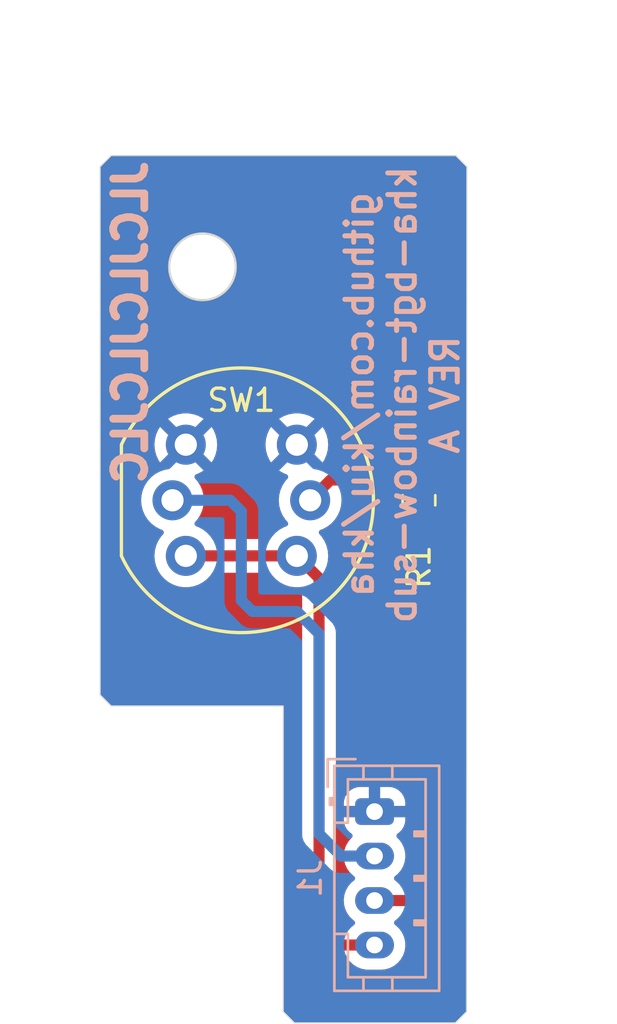
<source format=kicad_pcb>
(kicad_pcb (version 20221018) (generator pcbnew)
  (layers (0 "F.Cu" signal) (31 "B.Cu" signal) (34 "B.Paste" user) (35 "F.Paste" user) (36 "B.SilkS" user "B.Silkscreen") (37 "F.SilkS" user "F.Silkscreen") (38 "B.Mask" user) (39 "F.Mask" user) (44 "Edge.Cuts" user))
  (net 0 "")
  (net 1 "GND")
  (net 2 "Net-(R1-Pad2)")
  (net 3 "Net-(J1-Pin_3)")
  (net 4 "Net-(J1-Pin_4)")
  (net 5 "Net-(J1-Pin_2)")
  (footprint "Resistor_SMD:R_0805_2012Metric" (layer "F.Cu") (at 83 113 90)
    (fp_text reference "R1" (at -3 0 90) (layer "F.SilkS"))
    (fp_text value "R")
    (fp_line (start -0.227064 -0.735) (end 0.227064 -0.735) (stroke (width 0.12)) (layer "F.SilkS"))
    (fp_line (start -0.227064 0.735) (end 0.227064 0.735) (stroke (width 0.12)) (layer "F.SilkS"))
    (pad "1" smd roundrect (at -0.9125 0 90) (size 1.025 1.4) (layers "F.Cu" "F.Paste" "F.Mask") (roundrect_rratio 0.243902439) (net 3 "Net-(J1-Pin_3)"))
    (pad "2" smd roundrect (at 0.9125 0 90) (size 1.025 1.4) (layers "F.Cu" "F.Paste" "F.Mask") (roundrect_rratio 0.243902439) (net 2 "Net-(R1-Pad2)"))
  )
  (footprint "kiu-footprints:KS01-BL" (layer "F.Cu") (at 74.99997 113 180)
    (fp_text reference "SW1" (at 0 4.5 180) (layer "F.SilkS"))
    (fp_text value "KS01-BL")
    (fp_line (start 5.4 2.5) (end 5.4 -2.5) (stroke (width 0.15)) (layer "F.SilkS"))
    (fp_arc (start 5.399999 2.5) (mid -5.950629 0) (end 5.399999 -2.499999) (stroke (width 0.15)) (layer "F.SilkS"))
    (pad "1" thru_hole circle (at -2.5 -2.5 180) (size 1.8 1.8) (drill 1) (layers "*.Cu" "*.Mask") (net 4 "Net-(J1-Pin_4)"))
    (pad "1" thru_hole circle (at 2.5 -2.5 180) (size 1.8 1.8) (drill 1) (layers "*.Cu" "*.Mask") (net 4 "Net-(J1-Pin_4)"))
    (pad "2" thru_hole circle (at -2.5 2.5 180) (size 1.8 1.8) (drill 1) (layers "*.Cu" "*.Mask") (net 1 "GND"))
    (pad "2" thru_hole circle (at 2.5 2.5 180) (size 1.8 1.8) (drill 1) (layers "*.Cu" "*.Mask") (net 1 "GND"))
    (pad "5" thru_hole circle (at -3.1 0 180) (size 1.8 1.8) (drill 1) (layers "*.Cu" "*.Mask") (net 2 "Net-(R1-Pad2)"))
    (pad "6" thru_hole circle (at 3.1 0 180) (size 1.8 1.8) (drill 1) (layers "*.Cu" "*.Mask") (net 5 "Net-(J1-Pin_2)"))
  )
  (footprint "Connector_JST:JST_PH_B4B-PH-K_1x04_P2.00mm_Vertical" (layer "B.Cu") (at 81 127 -90)
    (fp_text reference "J1" (at 3 2.9 90) (layer "B.SilkS") (effects (justify mirror)))
    (fp_text value "Conn_01x04")
    (fp_line (start -2.36 2.11) (end -2.36 0.86) (stroke (width 0.12)) (layer "B.SilkS"))
    (fp_line (start -2.06 -2.91) (end 8.06 -2.91) (stroke (width 0.12)) (layer "B.SilkS"))
    (fp_line (start -2.06 -0.8) (end -1.45 -0.8) (stroke (width 0.12)) (layer "B.SilkS"))
    (fp_line (start -2.06 0.5) (end -1.45 0.5) (stroke (width 0.12)) (layer "B.SilkS"))
    (fp_line (start -2.06 1.81) (end -2.06 -2.91) (stroke (width 0.12)) (layer "B.SilkS"))
    (fp_line (start -1.45 -2.3) (end 7.45 -2.3) (stroke (width 0.12)) (layer "B.SilkS"))
    (fp_line (start -1.45 1.2) (end -1.45 -2.3) (stroke (width 0.12)) (layer "B.SilkS"))
    (fp_line (start -1.11 2.11) (end -2.36 2.11) (stroke (width 0.12)) (layer "B.SilkS"))
    (fp_line (start -0.6 2.01) (end -0.6 1.81) (stroke (width 0.12)) (layer "B.SilkS"))
    (fp_line (start -0.3 1.81) (end -0.3 2.01) (stroke (width 0.12)) (layer "B.SilkS"))
    (fp_line (start -0.3 1.91) (end -0.6 1.91) (stroke (width 0.12)) (layer "B.SilkS"))
    (fp_line (start -0.3 2.01) (end -0.6 2.01) (stroke (width 0.12)) (layer "B.SilkS"))
    (fp_line (start 0.5 1.2) (end -1.45 1.2) (stroke (width 0.12)) (layer "B.SilkS"))
    (fp_line (start 0.5 1.81) (end 0.5 1.2) (stroke (width 0.12)) (layer "B.SilkS"))
    (fp_line (start 0.9 -2.3) (end 0.9 -1.8) (stroke (width 0.12)) (layer "B.SilkS"))
    (fp_line (start 0.9 -1.8) (end 1.1 -1.8) (stroke (width 0.12)) (layer "B.SilkS"))
    (fp_line (start 1 -2.3) (end 1 -1.8) (stroke (width 0.12)) (layer "B.SilkS"))
    (fp_line (start 1.1 -1.8) (end 1.1 -2.3) (stroke (width 0.12)) (layer "B.SilkS"))
    (fp_line (start 2.9 -2.3) (end 2.9 -1.8) (stroke (width 0.12)) (layer "B.SilkS"))
    (fp_line (start 2.9 -1.8) (end 3.1 -1.8) (stroke (width 0.12)) (layer "B.SilkS"))
    (fp_line (start 3 -2.3) (end 3 -1.8) (stroke (width 0.12)) (layer "B.SilkS"))
    (fp_line (start 3.1 -1.8) (end 3.1 -2.3) (stroke (width 0.12)) (layer "B.SilkS"))
    (fp_line (start 4.9 -2.3) (end 4.9 -1.8) (stroke (width 0.12)) (layer "B.SilkS"))
    (fp_line (start 4.9 -1.8) (end 5.1 -1.8) (stroke (width 0.12)) (layer "B.SilkS"))
    (fp_line (start 5 -2.3) (end 5 -1.8) (stroke (width 0.12)) (layer "B.SilkS"))
    (fp_line (start 5.1 -1.8) (end 5.1 -2.3) (stroke (width 0.12)) (layer "B.SilkS"))
    (fp_line (start 5.5 1.2) (end 5.5 1.81) (stroke (width 0.12)) (layer "B.SilkS"))
    (fp_line (start 7.45 -2.3) (end 7.45 1.2) (stroke (width 0.12)) (layer "B.SilkS"))
    (fp_line (start 7.45 1.2) (end 5.5 1.2) (stroke (width 0.12)) (layer "B.SilkS"))
    (fp_line (start 8.06 -2.91) (end 8.06 1.81) (stroke (width 0.12)) (layer "B.SilkS"))
    (fp_line (start 8.06 -0.8) (end 7.45 -0.8) (stroke (width 0.12)) (layer "B.SilkS"))
    (fp_line (start 8.06 0.5) (end 7.45 0.5) (stroke (width 0.12)) (layer "B.SilkS"))
    (fp_line (start 8.06 1.81) (end -2.06 1.81) (stroke (width 0.12)) (layer "B.SilkS"))
    (pad "1" thru_hole roundrect (at 0 0 270) (size 1.2 1.75) (drill 0.75) (layers "*.Cu" "*.Mask") (roundrect_rratio 0.2083333333) (net 1 "GND"))
    (pad "2" thru_hole oval (at 2 0 270) (size 1.2 1.75) (drill 0.75) (layers "*.Cu" "*.Mask") (net 5 "Net-(J1-Pin_2)"))
    (pad "3" thru_hole oval (at 4 0 270) (size 1.2 1.75) (drill 0.75) (layers "*.Cu" "*.Mask") (net 3 "Net-(J1-Pin_3)"))
    (pad "4" thru_hole oval (at 6 0 270) (size 1.2 1.75) (drill 0.75) (layers "*.Cu" "*.Mask") (net 4 "Net-(J1-Pin_4)"))
  )
  (gr_line (start 85.15997 98) (end 85.13997 136.000002) (stroke (width 0.05)) (layer "Edge.Cuts"))
  (gr_line (start 76.88997 136.000002) (end 76.88997 122.250002) (stroke (width 0.05)) (layer "Edge.Cuts"))
  (gr_circle (center 73.25 102.5) (end 74.75 102.5) (stroke (width 0.1)) (fill none) (layer "Edge.Cuts"))
  (gr_line (start 68.63997 121.750002) (end 68.63997 98) (stroke (width 0.05)) (layer "Edge.Cuts"))
  (gr_line (start 76.88997 136.000002) (end 77.38997 136.500002) (stroke (width 0.05)) (layer "Edge.Cuts"))
  (gr_line (start 84.63997 136.500002) (end 77.38997 136.500002) (stroke (width 0.05)) (layer "Edge.Cuts"))
  (gr_line (start 68.63997 98) (end 69.13997 97.5) (stroke (width 0.05)) (layer "Edge.Cuts"))
  (gr_line (start 69.13997 97.5) (end 84.65997 97.5) (stroke (width 0.05)) (layer "Edge.Cuts"))
  (gr_line (start 68.63997 121.750002) (end 69.13997 122.250002) (stroke (width 0.05)) (layer "Edge.Cuts"))
  (gr_line (start 84.63997 136.500002) (end 85.13997 136.000002) (stroke (width 0.05)) (layer "Edge.Cuts"))
  (gr_line (start 84.65997 97.5) (end 85.15997 98) (stroke (width 0.05)) (layer "Edge.Cuts"))
  (gr_line (start 76.88997 122.250002) (end 69.13997 122.250002) (stroke (width 0.05)) (layer "Edge.Cuts"))
  (gr_text "github.com/kiu/kha\nkha-bgt-rainbow-sub\nREV A" (at 82.25 108.25 90) (layer "B.SilkS") (effects (font (size 1.2 1.2) (thickness 0.225) bold) (justify mirror)))
  (gr_text "JLCJLCJLCJLC" (at 70 105 90) (layer "B.SilkS") (effects (font (size 1.4 1.4) (thickness 0.35) bold) (justify mirror)))
  (segment (start 83 112.0875) (end 79.01247 112.0875) (width 0.5) (layer "F.Cu") (net 2))
  (segment (start 79.01247 112.0875) (end 78.09997 113) (width 0.5) (layer "F.Cu") (net 2))
  (segment (start 82.5 131) (end 81 131) (width 0.5) (layer "F.Cu") (net 3))
  (segment (start 83 113.9125) (end 83.5 114.4125) (width 0.5) (layer "F.Cu") (net 3))
  (segment (start 83.5 130) (end 82.5 131) (width 0.5) (layer "F.Cu") (net 3))
  (segment (start 83.5 114.4125) (end 83.5 130) (width 0.5) (layer "F.Cu") (net 3))
  (segment (start 77.49997 115.5) (end 78.49997 116.5) (width 0.5) (layer "F.Cu") (net 4))
  (segment (start 78.49997 116.5) (end 78.49997 131.99997) (width 0.5) (layer "F.Cu") (net 4))
  (segment (start 78.49997 131.99997) (end 79.5 133) (width 0.5) (layer "F.Cu") (net 4))
  (segment (start 72.49997 115.5) (end 77.49997 115.5) (width 0.5) (layer "F.Cu") (net 4))
  (segment (start 79.5 133) (end 81 133) (width 0.5) (layer "F.Cu") (net 4))
  (segment (start 78.5 119) (end 78.5 128) (width 0.5) (layer "B.Cu") (net 5))
  (segment (start 75 113.5) (end 75 117.5) (width 0.5) (layer "B.Cu") (net 5))
  (segment (start 74.5 113) (end 75 113.5) (width 0.5) (layer "B.Cu") (net 5))
  (segment (start 71.89997 113) (end 74.5 113) (width 0.5) (layer "B.Cu") (net 5))
  (segment (start 77.5 118) (end 78.5 119) (width 0.5) (layer "B.Cu") (net 5))
  (segment (start 75.5 118) (end 77.5 118) (width 0.5) (layer "B.Cu") (net 5))
  (segment (start 79.5 129) (end 81 129) (width 0.5) (layer "B.Cu") (net 5))
  (segment (start 78.5 128) (end 79.5 129) (width 0.5) (layer "B.Cu") (net 5))
  (segment (start 75 117.5) (end 75.5 118) (width 0.5) (layer "B.Cu") (net 5))
  (zone (net 1) (net_name "GND") (layers "F&B.Cu") (connect_pads (clearance 0.508)) (min_thickness 0.254) (fill yes (thermal_gap 0.508) (thermal_bridge_width 0.508))
    (polygon (pts (xy 85.15997 136.500002) (xy 68.63997 136.500002) (xy 68.63997 97.5) (xy 85.15997 97.5)))
  )
)
</source>
